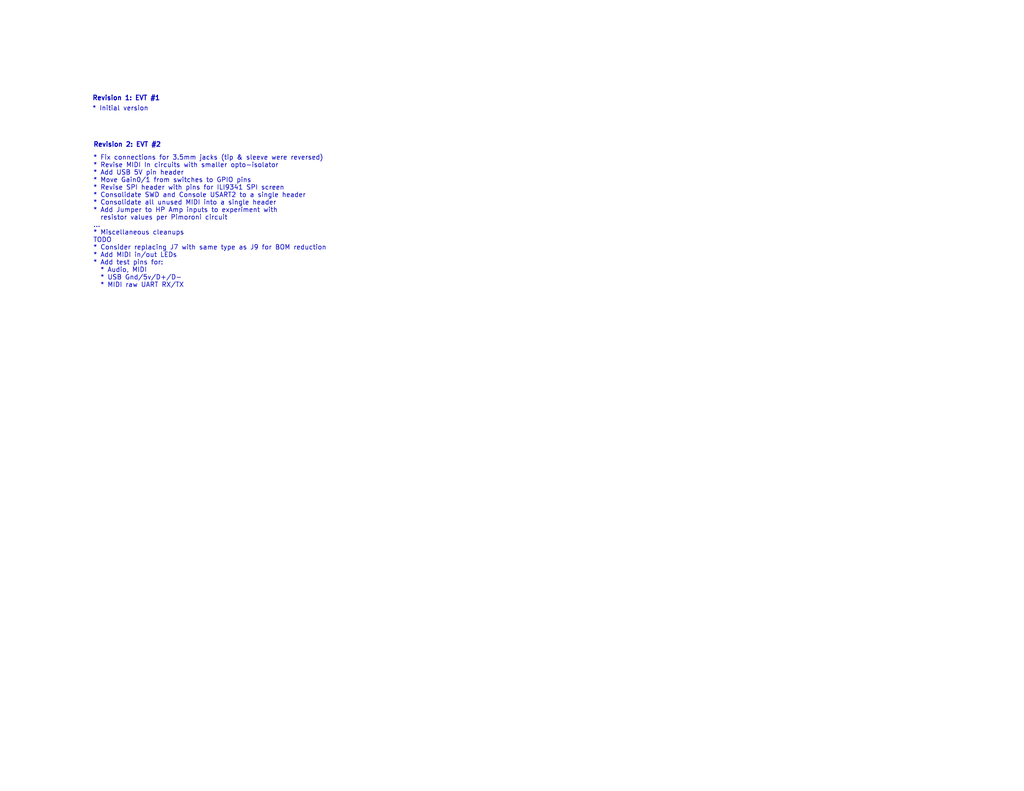
<source format=kicad_sch>
(kicad_sch
	(version 20231120)
	(generator "eeschema")
	(generator_version "8.0")
	(uuid "ff4e0357-63ee-4d7f-b321-b867ed3049c6")
	(paper "USLetter")
	(title_block
		(title "Revision History")
		(date "2024-12-21")
		(rev "2")
		(company "Douglas P. Fields, Jr.")
	)
	(lib_symbols)
	(text "Revision 1: EVT #1"
		(exclude_from_sim no)
		(at 25.146 26.924 0)
		(effects
			(font
				(size 1.27 1.27)
				(thickness 0.254)
				(bold yes)
			)
			(justify left)
		)
		(uuid "197a2a94-913c-4e3e-bcf0-a72114be479f")
	)
	(text "* Fix connections for 3.5mm jacks (tip & sleeve were reversed)\n* Revise MIDI In circuits with smaller opto-isolator\n* Add USB 5V pin header\n* Move Gain0/1 from switches to GPIO pins\n* Revise SPI header with pins for ILI9341 SPI screen\n* Consolidate SWD and Console USART2 to a single header\n* Consolidate all unused MIDI into a single header\n* Add Jumper to HP Amp inputs to experiment with\n  resistor values per Pimoroni circuit\n...\n* Miscellaneous cleanups\nTODO\n* Consider replacing J7 with same type as J9 for BOM reduction\n* Add MIDI in/out LEDs\n* Add test pins for:\n  * Audio, MIDI\n  * USB Gnd/5v/D+/D-\n  * MIDI raw UART RX/TX\n"
		(exclude_from_sim no)
		(at 25.4 42.418 0)
		(effects
			(font
				(size 1.27 1.27)
				(thickness 0.1588)
			)
			(justify left top)
		)
		(uuid "1c8591c2-d291-4341-8fad-d59d62e706b5")
	)
	(text "Revision 2: EVT #2"
		(exclude_from_sim no)
		(at 25.4 39.624 0)
		(effects
			(font
				(size 1.27 1.27)
				(thickness 0.254)
				(bold yes)
			)
			(justify left)
		)
		(uuid "75326b60-882c-44fb-b172-c5371c10937e")
	)
	(text "* Initial version"
		(exclude_from_sim no)
		(at 25.146 29.718 0)
		(effects
			(font
				(size 1.27 1.27)
				(thickness 0.1588)
			)
			(justify left)
		)
		(uuid "e3b2d195-e264-4c05-993b-ee2849e0993e")
	)
)

</source>
